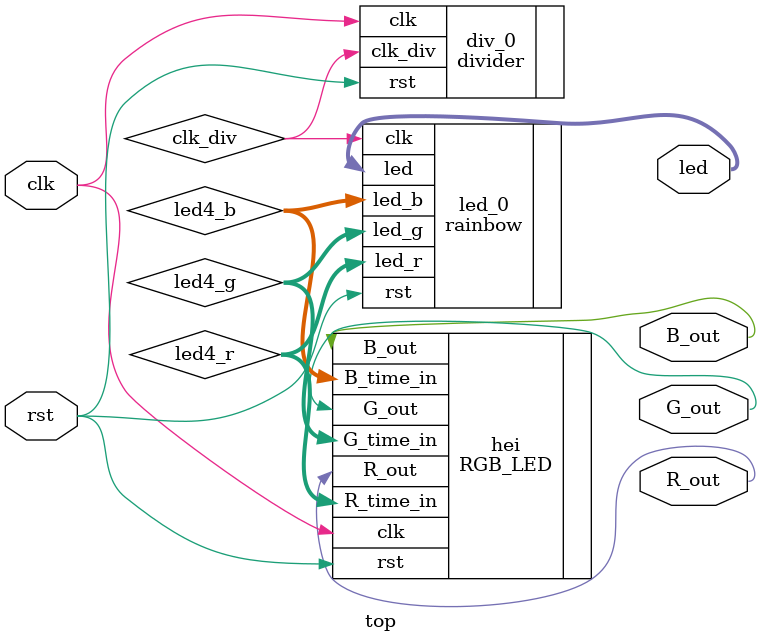
<source format=v>
module top(
    input   clk   ,
    input   rst   ,
    output  R_out,G_out,B_out,
	output 	[3:0] led
    );
    
    wire    clk_div ;
	wire [7:0] led4_b, led4_g, led4_r;
    
    rainbow led_0(
    .clk    (clk_div),
    .rst    (rst),
    .led_b    (led4_b),
	.led_g    (led4_g),
	.led_r    (led4_r),
	.led       (led)
    );
    
    divider div_0(
    .clk    (clk),
    .rst    (rst),
    .clk_div    (clk_div)
    );
	
	RGB_LED hei(
	.clk	(clk),	//100MHz
	.rst	(rst),
	.R_time_in	(led4_r),
	.G_time_in	(led4_g),
	.B_time_in	(led4_b),
	.R_out		(R_out),
	.G_out		(G_out),
	.B_out		(B_out)
	);
    
    
endmodule

</source>
